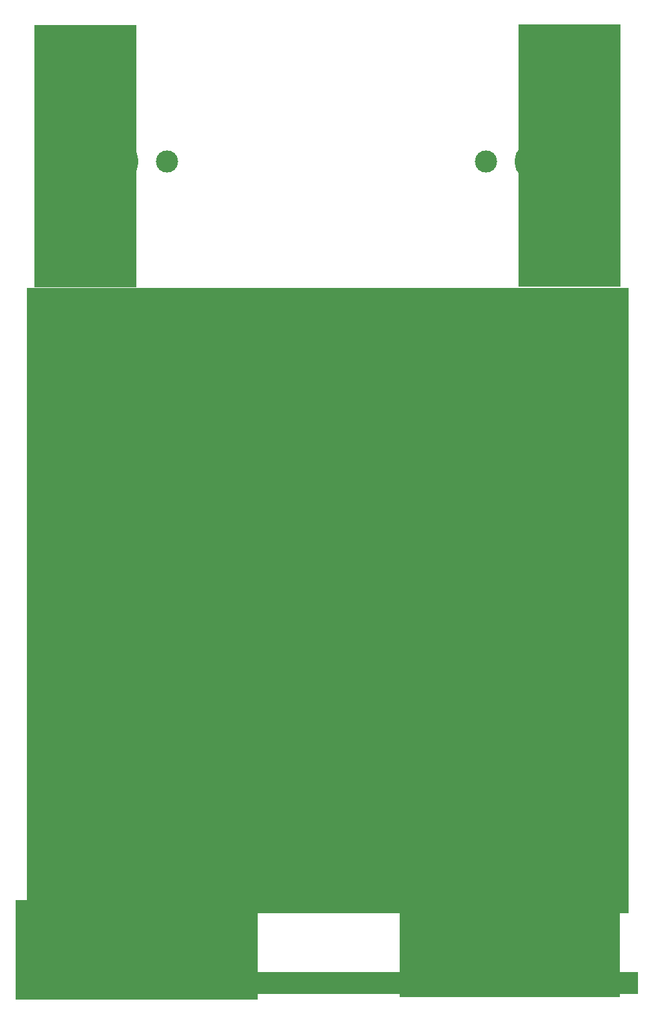
<source format=gbs>
%TF.GenerationSoftware,KiCad,Pcbnew,(6.0.11-0)*%
%TF.CreationDate,2025-04-13T15:34:33+02:00*%
%TF.ProjectId,rings,72696e67-732e-46b6-9963-61645f706362,rev?*%
%TF.SameCoordinates,Original*%
%TF.FileFunction,Soldermask,Bot*%
%TF.FilePolarity,Negative*%
%FSLAX46Y46*%
G04 Gerber Fmt 4.6, Leading zero omitted, Abs format (unit mm)*
G04 Created by KiCad (PCBNEW (6.0.11-0)) date 2025-04-13 15:34:33*
%MOMM*%
%LPD*%
G01*
G04 APERTURE LIST*
%ADD10C,0.100000*%
%ADD11C,6.250000*%
%ADD12C,3.000000*%
%ADD13C,5.000000*%
%ADD14C,3.200000*%
G04 APERTURE END LIST*
D10*
X26000000Y66637500D02*
X39750000Y66637500D01*
X39750000Y66637500D02*
X39750000Y31212500D01*
X39750000Y31212500D02*
X26000000Y31212500D01*
X26000000Y31212500D02*
X26000000Y66637500D01*
G36*
X26000000Y66637500D02*
G01*
X39750000Y66637500D01*
X39750000Y31212500D01*
X26000000Y31212500D01*
X26000000Y66637500D01*
G37*
X-39525000Y66550000D02*
X-25775000Y66550000D01*
X-25775000Y66550000D02*
X-25775000Y31125000D01*
X-25775000Y31125000D02*
X-39525000Y31125000D01*
X-39525000Y31125000D02*
X-39525000Y66550000D01*
G36*
X-39525000Y66550000D02*
G01*
X-25775000Y66550000D01*
X-25775000Y31125000D01*
X-39525000Y31125000D01*
X-39525000Y66550000D01*
G37*
X-39200000Y-61575000D02*
X42125000Y-61575000D01*
X42125000Y-61575000D02*
X42125000Y-64425000D01*
X42125000Y-64425000D02*
X-39200000Y-64425000D01*
X-39200000Y-64425000D02*
X-39200000Y-61575000D01*
G36*
X-39200000Y-61575000D02*
G01*
X42125000Y-61575000D01*
X42125000Y-64425000D01*
X-39200000Y-64425000D01*
X-39200000Y-61575000D01*
G37*
X9975000Y-52650000D02*
X39650000Y-52650000D01*
X39650000Y-52650000D02*
X39650000Y-64825000D01*
X39650000Y-64825000D02*
X9975000Y-64825000D01*
X9975000Y-64825000D02*
X9975000Y-52650000D01*
G36*
X9975000Y-52650000D02*
G01*
X39650000Y-52650000D01*
X39650000Y-64825000D01*
X9975000Y-64825000D01*
X9975000Y-52650000D01*
G37*
X-42000000Y-51825000D02*
X-9375000Y-51825000D01*
X-9375000Y-51825000D02*
X-9375000Y-65225000D01*
X-9375000Y-65225000D02*
X-42000000Y-65225000D01*
X-42000000Y-65225000D02*
X-42000000Y-51825000D01*
G36*
X-42000000Y-51825000D02*
G01*
X-9375000Y-51825000D01*
X-9375000Y-65225000D01*
X-42000000Y-65225000D01*
X-42000000Y-51825000D01*
G37*
X-40475000Y31025000D02*
X40850000Y31025000D01*
X40850000Y31025000D02*
X40850000Y-53525000D01*
X40850000Y-53525000D02*
X-40475000Y-53525000D01*
X-40475000Y-53525000D02*
X-40475000Y31025000D01*
G36*
X-40475000Y31025000D02*
G01*
X40850000Y31025000D01*
X40850000Y-53525000D01*
X-40475000Y-53525000D01*
X-40475000Y31025000D01*
G37*
D11*
%TO.C,*%
X26036206Y-46833070D03*
%TD*%
%TO.C,*%
X13032939Y-46833070D03*
%TD*%
%TO.C,*%
X29674Y-46833070D03*
%TD*%
%TO.C,*%
X-12971001Y-46833070D03*
%TD*%
%TO.C,*%
X-25972723Y-46833070D03*
%TD*%
%TO.C,*%
X26036206Y-32231453D03*
%TD*%
%TO.C,*%
X13032939Y-32231453D03*
%TD*%
%TO.C,*%
X29674Y-32231453D03*
%TD*%
%TO.C,*%
X-12971001Y-32231453D03*
%TD*%
%TO.C,*%
X-25972723Y-32231453D03*
%TD*%
D12*
%TO.C,*%
X21634719Y48127039D03*
%TD*%
%TO.C,*%
X-21573993Y48127039D03*
%TD*%
D13*
%TO.C,*%
X27979999Y48127039D03*
%TD*%
%TO.C,*%
X-27900002Y48127039D03*
%TD*%
D14*
%TO.C,*%
X-27900002Y61250000D03*
%TD*%
%TO.C,*%
X27979999Y61250000D03*
%TD*%
%TO.C,*%
X-27900002Y-61250000D03*
%TD*%
%TO.C,*%
X27979999Y-61250000D03*
%TD*%
M02*

</source>
